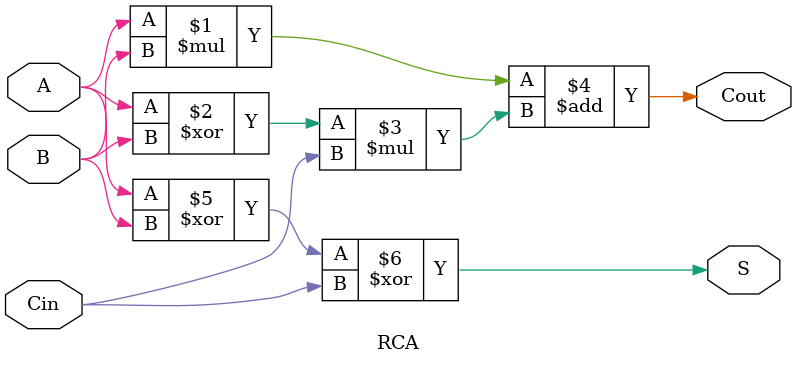
<source format=v>
`timescale 1ns / 1ps


module RCA(
        input A, B, Cin,
        output S,
        output Cout
    );
    
    assign Cout = A*B + (A^B)*Cin;
    assign S = A^B^Cin;
        
endmodule

</source>
